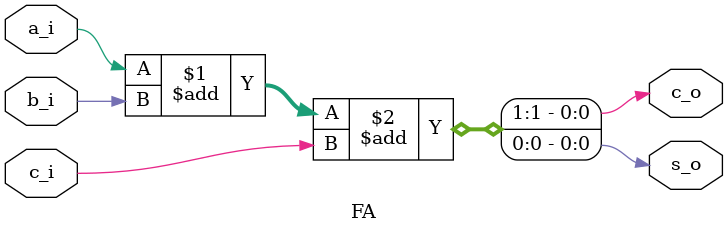
<source format=v>
`timescale 1ns / 1ns

module FA(
    input a_i,
    input b_i,
    input c_i,

    output s_o,
    output c_o);

    assign {c_o, s_o} = a_i + b_i + c_i;

endmodule

</source>
